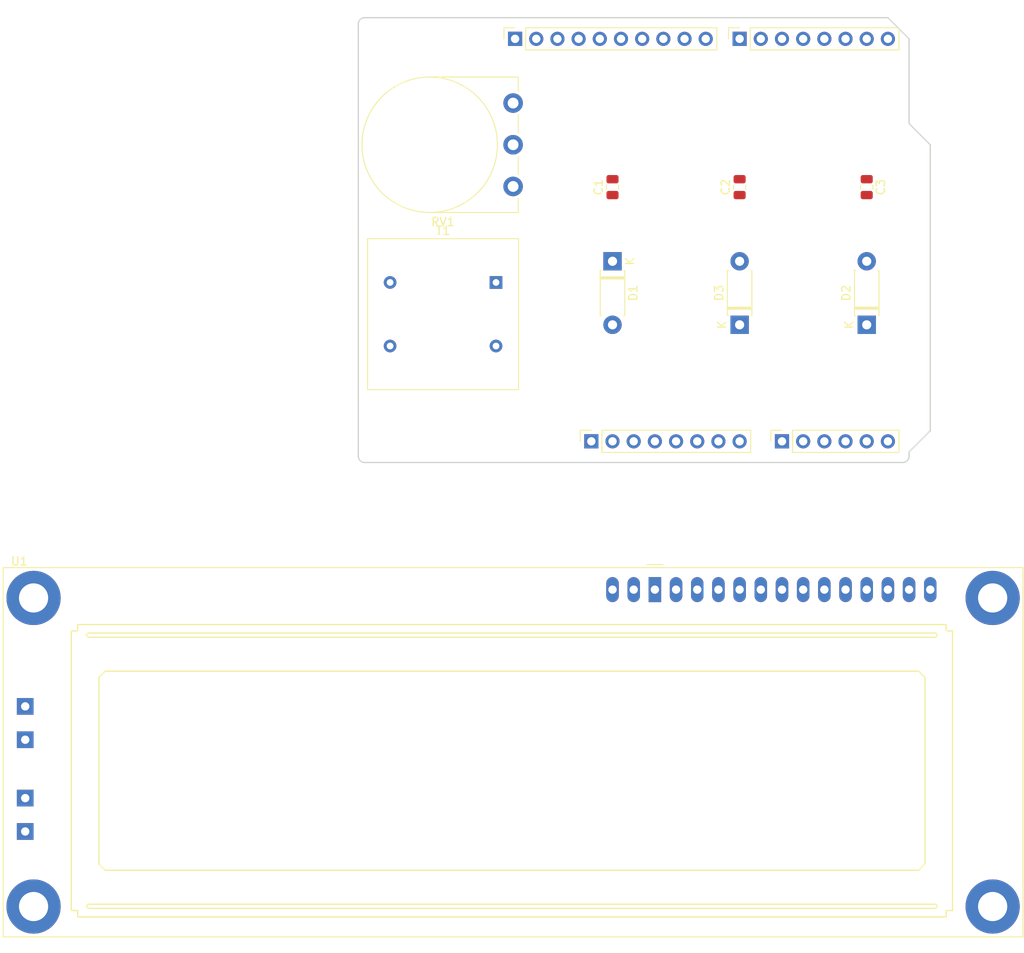
<source format=kicad_pcb>
(kicad_pcb (version 20211014) (generator pcbnew)
  (title_block (date "mar. 31 mars 2015"))
  (layers (0 "F.Cu" signal) (31 "B.Cu" signal) (34 "B.Paste" user) (35 "F.Paste" user) (36 "B.SilkS" user "B.Silkscreen") (37 "F.SilkS" user "F.Silkscreen") (38 "B.Mask" user) (39 "F.Mask" user) (44 "Edge.Cuts" user))
  (net 0 "")
  (net 1 "GND")
  (net 3 "+5V")
  (net 4 "/IOREF")
  (net 5 "/A0")
  (net 6 "/A1")
  (net 7 "/A2")
  (net 8 "/A3")
  (net 9 "/SDA{slash}A4")
  (net 10 "/SCL{slash}A5")
  (net 11 "/13")
  (net 12 "/12")
  (net 13 "/AREF")
  (net 14 "/8")
  (net 15 "/7")
  (net 16 "/*11")
  (net 17 "/*10")
  (net 18 "/*9")
  (net 19 "/4")
  (net 20 "/2")
  (net 21 "/*6")
  (net 22 "/*5")
  (net 23 "/TX{slash}1")
  (net 24 "/*3")
  (net 25 "/RX{slash}0")
  (net 26 "+3V3")
  (net 27 "VCC")
  (net 28 "/~{RESET}")
  (net 29 "Net-(T1-Pad4)")
  (net 30 "Net-(D1-Pad1)")
  (net 31 "Net-(T1-Pad3)")
  (net 32 "Net-(D2-Pad1)")
  (net 33 "Net-(U1-Pad3)")
  (net 34 "/6")
  (footprint "Connector_PinSocket_2.54mm:PinSocket_1x08_P2.54mm_Vertical" (layer "F.Cu") (at 127.94 97.46 90)
    (fp_text reference "J1" hide)
    (fp_text value "Power")
    (fp_line (start -1.33 19.11) (end 1.33 19.11) (layer "F.SilkS") (width 0.12))
    (fp_line (start 1.33 1.27) (end 1.33 19.11) (layer "F.SilkS") (width 0.12))
    (fp_line (start -1.33 1.27) (end 1.33 1.27) (layer "F.SilkS") (width 0.12))
    (fp_line (start 0 -1.33) (end 1.33 -1.33) (layer "F.SilkS") (width 0.12))
    (fp_line (start 1.33 -1.33) (end 1.33 0) (layer "F.SilkS") (width 0.12))
    (fp_line (start -1.33 1.27) (end -1.33 19.11) (layer "F.SilkS") (width 0.12))
    (pad "1" thru_hole rect locked (at 0 0 90) (size 1.7 1.7) (drill 1) (layers *.Cu *.Mask))
    (pad "2" thru_hole oval locked (at 0 2.54 90) (size 1.7 1.7) (drill 1) (layers *.Cu *.Mask) (net 4 "/IOREF"))
    (pad "3" thru_hole oval locked (at 0 5.08 90) (size 1.7 1.7) (drill 1) (layers *.Cu *.Mask) (net 28 "/~{RESET}"))
    (pad "4" thru_hole oval locked (at 0 7.62 90) (size 1.7 1.7) (drill 1) (layers *.Cu *.Mask) (net 26 "+3V3"))
    (pad "5" thru_hole oval locked (at 0 10.16 90) (size 1.7 1.7) (drill 1) (layers *.Cu *.Mask) (net 3 "+5V"))
    (pad "6" thru_hole oval locked (at 0 12.7 90) (size 1.7 1.7) (drill 1) (layers *.Cu *.Mask) (net 1 "GND"))
    (pad "7" thru_hole oval locked (at 0 15.24 90) (size 1.7 1.7) (drill 1) (layers *.Cu *.Mask) (net 1 "GND"))
    (pad "8" thru_hole oval locked (at 0 17.78 90) (size 1.7 1.7) (drill 1) (layers *.Cu *.Mask) (net 27 "VCC"))
  )
  (footprint "Connector_PinSocket_2.54mm:PinSocket_1x06_P2.54mm_Vertical" (layer "F.Cu") (at 150.8 97.46 90)
    (fp_text reference "J3" hide)
    (fp_text value "Analog")
    (fp_line (start 1.33 1.27) (end 1.33 14.03) (layer "F.SilkS") (width 0.12))
    (fp_line (start 0 -1.33) (end 1.33 -1.33) (layer "F.SilkS") (width 0.12))
    (fp_line (start -1.33 1.27) (end 1.33 1.27) (layer "F.SilkS") (width 0.12))
    (fp_line (start -1.33 1.27) (end -1.33 14.03) (layer "F.SilkS") (width 0.12))
    (fp_line (start -1.33 14.03) (end 1.33 14.03) (layer "F.SilkS") (width 0.12))
    (fp_line (start 1.33 -1.33) (end 1.33 0) (layer "F.SilkS") (width 0.12))
    (pad "1" thru_hole rect locked (at 0 0 90) (size 1.7 1.7) (drill 1) (layers *.Cu *.Mask) (net 5 "/A0"))
    (pad "2" thru_hole oval locked (at 0 2.54 90) (size 1.7 1.7) (drill 1) (layers *.Cu *.Mask) (net 6 "/A1"))
    (pad "3" thru_hole oval locked (at 0 5.08 90) (size 1.7 1.7) (drill 1) (layers *.Cu *.Mask) (net 7 "/A2"))
    (pad "4" thru_hole oval locked (at 0 7.62 90) (size 1.7 1.7) (drill 1) (layers *.Cu *.Mask) (net 8 "/A3"))
    (pad "5" thru_hole oval locked (at 0 10.16 90) (size 1.7 1.7) (drill 1) (layers *.Cu *.Mask) (net 9 "/SDA{slash}A4"))
    (pad "6" thru_hole oval locked (at 0 12.7 90) (size 1.7 1.7) (drill 1) (layers *.Cu *.Mask) (net 10 "/SCL{slash}A5"))
  )
  (footprint "Connector_PinSocket_2.54mm:PinSocket_1x10_P2.54mm_Vertical" (layer "F.Cu") (at 118.796 49.2 90)
    (fp_text reference "J2" hide)
    (fp_text value "Digital/PWM")
    (fp_line (start -1.33 24.19) (end 1.33 24.19) (layer "F.SilkS") (width 0.12))
    (fp_line (start -1.33 1.27) (end -1.33 24.19) (layer "F.SilkS") (width 0.12))
    (fp_line (start 1.33 -1.33) (end 1.33 0) (layer "F.SilkS") (width 0.12))
    (fp_line (start 0 -1.33) (end 1.33 -1.33) (layer "F.SilkS") (width 0.12))
    (fp_line (start 1.33 1.27) (end 1.33 24.19) (layer "F.SilkS") (width 0.12))
    (fp_line (start -1.33 1.27) (end 1.33 1.27) (layer "F.SilkS") (width 0.12))
    (pad "1" thru_hole rect locked (at 0 0 90) (size 1.7 1.7) (drill 1) (layers *.Cu *.Mask) (net 10 "/SCL{slash}A5"))
    (pad "2" thru_hole oval locked (at 0 2.54 90) (size 1.7 1.7) (drill 1) (layers *.Cu *.Mask) (net 9 "/SDA{slash}A4"))
    (pad "3" thru_hole oval locked (at 0 5.08 90) (size 1.7 1.7) (drill 1) (layers *.Cu *.Mask) (net 13 "/AREF"))
    (pad "4" thru_hole oval locked (at 0 7.62 90) (size 1.7 1.7) (drill 1) (layers *.Cu *.Mask) (net 1 "GND"))
    (pad "5" thru_hole oval locked (at 0 10.16 90) (size 1.7 1.7) (drill 1) (layers *.Cu *.Mask) (net 11 "/13"))
    (pad "6" thru_hole oval locked (at 0 12.7 90) (size 1.7 1.7) (drill 1) (layers *.Cu *.Mask) (net 12 "/12"))
    (pad "7" thru_hole oval locked (at 0 15.24 90) (size 1.7 1.7) (drill 1) (layers *.Cu *.Mask) (net 16 "/*11"))
    (pad "8" thru_hole oval locked (at 0 17.78 90) (size 1.7 1.7) (drill 1) (layers *.Cu *.Mask) (net 17 "/*10"))
    (pad "9" thru_hole oval locked (at 0 20.32 90) (size 1.7 1.7) (drill 1) (layers *.Cu *.Mask) (net 18 "/*9"))
    (pad "10" thru_hole oval locked (at 0 22.86 90) (size 1.7 1.7) (drill 1) (layers *.Cu *.Mask) (net 14 "/8"))
  )
  (footprint "Connector_PinSocket_2.54mm:PinSocket_1x08_P2.54mm_Vertical" (layer "F.Cu") (at 145.72 49.2 90)
    (fp_text reference "J4" hide)
    (fp_text value "Digital/PWM")
    (fp_line (start -1.33 19.11) (end 1.33 19.11) (layer "F.SilkS") (width 0.12))
    (fp_line (start -1.33 1.27) (end -1.33 19.11) (layer "F.SilkS") (width 0.12))
    (fp_line (start 0 -1.33) (end 1.33 -1.33) (layer "F.SilkS") (width 0.12))
    (fp_line (start -1.33 1.27) (end 1.33 1.27) (layer "F.SilkS") (width 0.12))
    (fp_line (start 1.33 -1.33) (end 1.33 0) (layer "F.SilkS") (width 0.12))
    (fp_line (start 1.33 1.27) (end 1.33 19.11) (layer "F.SilkS") (width 0.12))
    (pad "1" thru_hole rect locked (at 0 0 90) (size 1.7 1.7) (drill 1) (layers *.Cu *.Mask) (net 15 "/7"))
    (pad "2" thru_hole oval locked (at 0 2.54 90) (size 1.7 1.7) (drill 1) (layers *.Cu *.Mask) (net 21 "/*6"))
    (pad "3" thru_hole oval locked (at 0 5.08 90) (size 1.7 1.7) (drill 1) (layers *.Cu *.Mask) (net 22 "/*5"))
    (pad "4" thru_hole oval locked (at 0 7.62 90) (size 1.7 1.7) (drill 1) (layers *.Cu *.Mask) (net 19 "/4"))
    (pad "5" thru_hole oval locked (at 0 10.16 90) (size 1.7 1.7) (drill 1) (layers *.Cu *.Mask) (net 24 "/*3"))
    (pad "6" thru_hole oval locked (at 0 12.7 90) (size 1.7 1.7) (drill 1) (layers *.Cu *.Mask) (net 20 "/2"))
    (pad "7" thru_hole oval locked (at 0 15.24 90) (size 1.7 1.7) (drill 1) (layers *.Cu *.Mask) (net 23 "/TX{slash}1"))
    (pad "8" thru_hole oval locked (at 0 17.78 90) (size 1.7 1.7) (drill 1) (layers *.Cu *.Mask) (net 25 "/RX{slash}0"))
  )
  (footprint "Capacitor_SMD:C_0805_2012Metric" (layer "F.Cu") (at 160.96 66.98 -90)
    (fp_text reference "C3" (at 0 -1.68 90) (layer "F.SilkS"))
    (fp_text value "1uF/3KV")
    (fp_line (start -0.261252 0.735) (end 0.261252 0.735) (layer "F.SilkS") (width 0.12))
    (fp_line (start -0.261252 -0.735) (end 0.261252 -0.735) (layer "F.SilkS") (width 0.12))
    (pad "1" smd roundrect (at -0.95 0 270) (size 1 1.45) (layers "F.Cu" "F.Paste" "F.Mask") (net 32 "Net-(D2-Pad1)"))
    (pad "2" smd roundrect (at 0.95 0 270) (size 1 1.45) (layers "F.Cu" "F.Paste" "F.Mask") (net 32 "Net-(D2-Pad1)"))
  )
  (footprint "Capacitor_SMD:C_0805_2012Metric" (layer "F.Cu") (at 130.48 66.98 90)
    (fp_text reference "C1" (at 0 -1.68 90) (layer "F.SilkS"))
    (fp_text value "1nF/3KV")
    (fp_line (start -0.261252 -0.735) (end 0.261252 -0.735) (layer "F.SilkS") (width 0.12))
    (fp_line (start -0.261252 0.735) (end 0.261252 0.735) (layer "F.SilkS") (width 0.12))
    (pad "1" smd roundrect (at -0.95 0 90) (size 1 1.45) (layers "F.Cu" "F.Paste" "F.Mask") (net 29 "Net-(T1-Pad4)"))
    (pad "2" smd roundrect (at 0.95 0 90) (size 1 1.45) (layers "F.Cu" "F.Paste" "F.Mask") (net 30 "Net-(D1-Pad1)"))
  )
  (footprint "Potentiometer_THT:Potentiometer_Piher_T-16L_Single_Vertical_Hole" (layer "F.Cu") (at 118.56 56.9 180)
    (fp_text reference "RV1" (at 8.415 -14.25) (layer "F.SilkS"))
    (fp_text value "R_Potentiometer")
    (fp_line (start -0.62 -8.574) (end -0.62 -6.425) (layer "F.SilkS") (width 0.12))
    (fp_line (start -0.62 -3.575) (end -0.62 -1.425) (layer "F.SilkS") (width 0.12))
    (fp_line (start -0.62 -13.12) (end -0.62 -11.426) (layer "F.SilkS") (width 0.12))
    (fp_line (start -0.62 1.425) (end -0.62 3.12) (layer "F.SilkS") (width 0.12))
    (fp_line (start -0.62 3.12) (end 10 3.12) (layer "F.SilkS") (width 0.12))
    (fp_line (start -0.62 -13.12) (end 10 -13.12) (layer "F.SilkS") (width 0.12))
    (fp_circle (center 10 -5) (end 18.12 -5) (layer "F.SilkS") (width 0.12) (fill none))
    (pad "" np_thru_hole circle (at 10 -5 180) (size 7.5 7.5) (drill 7.5) (layers *.Cu *.Mask))
    (pad "1" thru_hole circle (at 0 0 180) (size 2.34 2.34) (drill 1.3) (layers *.Cu *.Mask) (net 3 "+5V"))
    (pad "2" thru_hole circle (at 0 -5 180) (size 2.34 2.34) (drill 1.3) (layers *.Cu *.Mask) (net 33 "Net-(U1-Pad3)"))
    (pad "3" thru_hole circle (at 0 -10 180) (size 2.34 2.34) (drill 1.3) (layers *.Cu *.Mask) (net 1 "GND"))
  )
  (footprint "Diode_THT:D_DO-41_SOD81_P7.62mm_Horizontal" (layer "F.Cu") (at 130.48 75.87 -90)
    (fp_text reference "D1" (at 3.81 -2.47 90) (layer "F.SilkS"))
    (fp_text value "1N4007")
    (fp_text user "K" (at 0 -2.1 90) (layer "F.SilkS"))
    (fp_line (start 6.53 -1.47) (end 6.53 -1.34) (layer "F.SilkS") (width 0.12))
    (fp_line (start 1.09 1.34) (end 1.09 1.47) (layer "F.SilkS") (width 0.12))
    (fp_line (start 6.53 1.47) (end 6.53 1.34) (layer "F.SilkS") (width 0.12))
    (fp_line (start 1.09 -1.47) (end 6.53 -1.47) (layer "F.SilkS") (width 0.12))
    (fp_line (start 1.87 -1.47) (end 1.87 1.47) (layer "F.SilkS") (width 0.12))
    (fp_line (start 1.09 -1.34) (end 1.09 -1.47) (layer "F.SilkS") (width 0.12))
    (fp_line (start 2.11 -1.47) (end 2.11 1.47) (layer "F.SilkS") (width 0.12))
    (fp_line (start 1.99 -1.47) (end 1.99 1.47) (layer "F.SilkS") (width 0.12))
    (fp_line (start 1.09 1.47) (end 6.53 1.47) (layer "F.SilkS") (width 0.12))
    (pad "1" thru_hole rect (at 0 0 270) (size 2.2 2.2) (drill 1.1) (layers *.Cu *.Mask) (net 30 "Net-(D1-Pad1)"))
    (pad "2" thru_hole oval (at 7.62 0 270) (size 2.2 2.2) (drill 1.1) (layers *.Cu *.Mask) (net 31 "Net-(T1-Pad3)"))
  )
  (footprint "Diode_THT:D_DO-41_SOD81_P7.62mm_Horizontal" (layer "F.Cu") (at 160.96 83.49 90)
    (fp_text reference "D2" (at 3.81 -2.47 90) (layer "F.SilkS"))
    (fp_text value "1N4007")
    (fp_text user "K" (at 0 -2.1 90) (layer "F.SilkS"))
    (fp_line (start 1.87 -1.47) (end 1.87 1.47) (layer "F.SilkS") (width 0.12))
    (fp_line (start 1.09 -1.47) (end 6.53 -1.47) (layer "F.SilkS") (width 0.12))
    (fp_line (start 1.09 -1.34) (end 1.09 -1.47) (layer "F.SilkS") (width 0.12))
    (fp_line (start 1.09 1.34) (end 1.09 1.47) (layer "F.SilkS") (width 0.12))
    (fp_line (start 6.53 -1.47) (end 6.53 -1.34) (layer "F.SilkS") (width 0.12))
    (fp_line (start 1.09 1.47) (end 6.53 1.47) (layer "F.SilkS") (width 0.12))
    (fp_line (start 2.11 -1.47) (end 2.11 1.47) (layer "F.SilkS") (width 0.12))
    (fp_line (start 6.53 1.47) (end 6.53 1.34) (layer "F.SilkS") (width 0.12))
    (fp_line (start 1.99 -1.47) (end 1.99 1.47) (layer "F.SilkS") (width 0.12))
    (pad "1" thru_hole rect (at 0 0 90) (size 2.2 2.2) (drill 1.1) (layers *.Cu *.Mask) (net 32 "Net-(D2-Pad1)"))
    (pad "2" thru_hole oval (at 7.62 0 90) (size 2.2 2.2) (drill 1.1) (layers *.Cu *.Mask) (net 30 "Net-(D1-Pad1)"))
  )
  (footprint "Arduino_MountingHole:MountingHole_3.2mm" (layer "F.Cu") (at 115.24 49.2)
    (fp_text reference "MH1" hide)
    (fp_text value "MountingHole_3.2mm" hide)
    (pad "" np_thru_hole circle locked (at 0 0) (size 3.2 3.2) (drill 3.2) (layers *.Cu *.Mask))
  )
  (footprint "Transformer_THT:Transformer_NF_ETAL_1-1_P1200" (layer "F.Cu") (at 116.51 78.41)
    (fp_text reference "T1" (at -6.35 -6.2) (layer "F.SilkS"))
    (fp_text value "Transformer_1P_1S")
    (fp_line (start 2.7 -5.25) (end 2.7 12.85) (layer "F.SilkS") (width 0.12))
    (fp_line (start 2.7 12.85) (end -15.4 12.85) (layer "F.SilkS") (width 0.12))
    (fp_line (start -15.4 -5.25) (end 2.7 -5.25) (layer "F.SilkS") (width 0.12))
    (fp_line (start -15.4 12.85) (end -15.4 -5.25) (layer "F.SilkS") (width 0.12))
    (pad "1" thru_hole rect (at 0 0) (size 1.52 1.52) (drill 0.81) (layers *.Cu *.Mask) (net 26 "+3V3"))
    (pad "3" thru_hole circle (at 0 7.62) (size 1.52 1.52) (drill 0.81) (layers *.Cu *.Mask) (net 31 "Net-(T1-Pad3)"))
    (pad "4" thru_hole circle (at -12.7 7.62) (size 1.52 1.52) (drill 0.81) (layers *.Cu *.Mask) (net 29 "Net-(T1-Pad4)"))
    (pad "6" thru_hole circle (at -12.7 0) (size 1.52 1.52) (drill 0.81) (layers *.Cu *.Mask))
  )
  (footprint "Capacitor_SMD:C_0805_2012Metric" (layer "F.Cu") (at 145.72 66.98 90)
    (fp_text reference "C2" (at 0 -1.68 90) (layer "F.SilkS"))
    (fp_text value "1nF/3KV")
    (fp_line (start -0.261252 0.735) (end 0.261252 0.735) (layer "F.SilkS") (width 0.12))
    (fp_line (start -0.261252 -0.735) (end 0.261252 -0.735) (layer "F.SilkS") (width 0.12))
    (pad "1" smd roundrect (at -0.95 0 90) (size 1 1.45) (layers "F.Cu" "F.Paste" "F.Mask") (net 31 "Net-(T1-Pad3)"))
    (pad "2" smd roundrect (at 0.95 0 90) (size 1 1.45) (layers "F.Cu" "F.Paste" "F.Mask") (net 32 "Net-(D2-Pad1)"))
  )
  (footprint "Arduino_MountingHole:MountingHole_3.2mm" (layer "F.Cu") (at 113.97 97.46)
    (fp_text reference "MH2" hide)
    (fp_text value "MountingHole_3.2mm" hide)
    (pad "" np_thru_hole circle locked (at 0 0) (size 3.2 3.2) (drill 3.2) (layers *.Cu *.Mask))
  )
  (footprint "Arduino_MountingHole:MountingHole_3.2mm" (layer "F.Cu") (at 166.04 64.44)
    (fp_text reference "MH3" hide)
    (fp_text value "MountingHole_3.2mm" hide)
    (pad "" np_thru_hole circle locked (at 0 0) (size 3.2 3.2) (drill 3.2) (layers *.Cu *.Mask))
  )
  (footprint "Arduino_MountingHole:MountingHole_3.2mm" (layer "F.Cu") (at 166.04 92.38)
    (fp_text reference "MH4" hide)
    (fp_text value "MountingHole_3.2mm" hide)
    (pad "" np_thru_hole circle locked (at 0 0) (size 3.2 3.2) (drill 3.2) (layers *.Cu *.Mask))
  )
  (footprint "Display:LCD-016N002L" (layer "F.Cu") (at 135.56 115.24)
    (fp_text reference "U1" (at -76.21 -3.41 180) (layer "F.SilkS"))
    (fp_text value "LCD-016N002L")
    (fp_line (start 34.925 38.481) (end 34.925 39.243) (layer "F.SilkS") (width 0.15))
    (fp_line (start -78.14 41.64) (end 44.14 41.64) (layer "F.SilkS") (width 0.12))
    (fp_line (start -68.199 37.973) (end -67.945 38.227) (layer "F.SilkS") (width 0.15))
    (fp_line (start -67.945 5.715) (end 33.655 5.715) (layer "F.SilkS") (width 0.15))
    (fp_line (start -69.215 38.481) (end -69.977 38.481) (layer "F.SilkS") (width 0.15))
    (fp_line (start 33.655 38.227) (end 33.909 37.973) (layer "F.SilkS") (width 0.15))
    (fp_line (start 31.623 33.655) (end -65.913 33.655) (layer "F.SilkS") (width 0.15))
    (fp_line (start 34.925 4.953) (end 35.687 4.953) (layer "F.SilkS") (width 0.15))
    (fp_line (start -67.945 5.207) (end -68.199 5.461) (layer "F.SilkS") (width 0.15))
    (fp_line (start -78.14 -2.64) (end -78.14 41.64) (layer "F.SilkS") (width 0.12))
    (fp_line (start 32.385 10.541) (end 32.385 32.893) (layer "F.SilkS") (width 0.15))
    (fp_line (start 34.925 4.191) (end -69.215 4.191) (layer "F.SilkS") (width 0.15))
    (fp_line (start -69.215 39.243) (end 34.925 39.243) (layer "F.SilkS") (width 0.15))
    (fp_line (start -65.913 9.779) (end 31.623 9.779) (layer "F.SilkS") (width 0.15))
    (fp_line (start 34.925 4.191) (end 34.925 4.953) (layer "F.SilkS") (width 0.15))
    (fp_line (start -69.215 39.243) (end -69.215 38.481) (layer "F.SilkS") (width 0.15))
    (fp_line (start 44.14 -2.64) (end 44.14 41.64) (layer "F.SilkS") (width 0.12))
    (fp_line (start -1 -3) (end 1 -3) (layer "F.SilkS") (width 0.12))
    (fp_line (start 33.655 37.719) (end -67.945 37.719) (layer "F.SilkS") (width 0.15))
    (fp_line (start -67.945 38.227) (end 33.655 38.227) (layer "F.SilkS") (width 0.15))
    (fp_line (start 33.909 5.461) (end 33.655 5.715) (layer "F.SilkS") (width 0.15))
    (fp_line (start -67.945 37.719) (end -68.199 37.973) (layer "F.SilkS") (width 0.15))
    (fp_line (start -65.913 33.655) (end -66.675 32.893) (layer "F.SilkS") (width 0.15))
    (fp_line (start 33.655 5.207) (end -67.945 5.207) (layer "F.SilkS") (width 0.15))
    (fp_line (start 31.623 9.779) (end 32.385 10.541) (layer "F.SilkS") (width 0.15))
    (fp_line (start 44.14 -2.64) (end -78.14 -2.64) (layer "F.SilkS") (width 0.12))
    (fp_line (start -66.675 10.541) (end -65.913 9.779) (layer "F.SilkS") (width 0.15))
    (fp_line (start 33.909 37.973) (end 33.655 37.719) (layer "F.SilkS") (width 0.15))
    (fp_line (start -66.675 32.893) (end -66.675 10.541) (layer "F.SilkS") (width 0.15))
    (fp_line (start -68.199 5.461) (end -67.945 5.715) (layer "F.SilkS") (width 0.15))
    (fp_line (start -69.977 4.953) (end -69.977 38.481) (layer "F.SilkS") (width 0.15))
    (fp_line (start -69.215 4.953) (end -69.977 4.953) (layer "F.SilkS") (width 0.15))
    (fp_line (start 32.385 32.893) (end 31.623 33.655) (layer "F.SilkS") (width 0.15))
    (fp_line (start 35.687 38.481) (end 35.687 4.953) (layer "F.SilkS") (width 0.15))
    (fp_line (start 35.687 38.481) (end 34.925 38.481) (layer "F.SilkS") (width 0.15))
    (fp_line (start 33.655 5.207) (end 33.909 5.461) (layer "F.SilkS") (width 0.15))
    (fp_line (start -69.215 4.191) (end -69.215 4.953) (layer "F.SilkS") (width 0.15))
    (pad "" thru_hole circle (at 40.5 38 180) (size 6.5 6.5) (drill 3.5) (layers *.Cu *.Mask))
    (pad "" thru_hole circle (at 40.5 1 180) (size 6.5 6.5) (drill 3.5) (layers *.Cu *.Mask))
    (pad "" thru_hole circle (at -74.5 38 180) (size 6.5 6.5) (drill 3.5) (layers *.Cu *.Mask))
    (pad "" thru_hole circle (at -74.5 1 180) (size 6.5 6.5) (drill 3.5) (layers *.Cu *.Mask))
    (pad "1" thru_hole rect (at 0 0 180) (size 1.5 3) (drill 1) (layers *.Cu *.Mask) (net 1 "GND"))
    (pad "2" thru_hole oval (at 2.54 0 180) (size 1.5 3) (drill 1) (layers *.Cu *.Mask) (net 3 "+5V"))
    (pad "3" thru_hole oval (at 5.08 0 180) (size 1.5 3) (drill 1) (layers *.Cu *.Mask) (net 33 "Net-(U1-Pad3)"))
    (pad "4" thru_hole oval (at 7.62 0 180) (size 1.5 3) (drill 1) (layers *.Cu *.Mask) (net 19 "/4"))
    (pad "5" thru_hole oval (at 10.16 0 180) (size 1.5 3) (drill 1) (layers *.Cu *.Mask) (net 1 "GND"))
    (pad "6" thru_hole oval (at 12.7 0 180) (size 1.5 3) (drill 1) (layers *.Cu *.Mask) (net 34 "/6"))
    (pad "7" thru_hole oval (at 15.24 0 180) (size 1.5 3) (drill 1) (layers *.Cu *.Mask))
    (pad "8" thru_hole oval (at 17.78 0 180) (size 1.5 3) (drill 1) (layers *.Cu *.Mask))
    (pad "9" thru_hole oval (at 20.32 0 180) (size 1.5 3) (drill 1) (layers *.Cu *.Mask))
    (pad "10" thru_hole oval (at 22.86 0 180) (size 1.5 3) (drill 1) (layers *.Cu *.Mask))
    (pad "11" thru_hole oval (at 25.4 0 180) (size 1.5 3) (drill 1) (layers *.Cu *.Mask) (net 17 "/*10"))
    (pad "12" thru_hole oval (at 27.94 0 180) (size 1.5 3) (drill 1) (layers *.Cu *.Mask) (net 16 "/*11"))
    (pad "13" thru_hole oval (at 30.48 0 180) (size 1.5 3) (drill 1) (layers *.Cu *.Mask) (net 12 "/12"))
    (pad "14" thru_hole oval (at 33.02 0 180) (size 1.5 3) (drill 1) (layers *.Cu *.Mask) (net 11 "/13"))
    (pad "15" thru_hole oval (at -2.54 0 180) (size 1.5 3) (drill 1) (layers *.Cu *.Mask) (net 26 "+3V3"))
    (pad "16" thru_hole oval (at -5.08 0 180) (size 1.5 3) (drill 1) (layers *.Cu *.Mask) (net 1 "GND"))
    (pad "A1" thru_hole rect (at -75.5 14 180) (size 2 2) (drill 1) (layers *.Cu *.Mask))
    (pad "A2" thru_hole rect (at -75.5 25 180) (size 2 2) (drill 1) (layers *.Cu *.Mask))
    (pad "K1" thru_hole rect (at -75.5 18 180) (size 2 2) (drill 1) (layers *.Cu *.Mask))
    (pad "K2" thru_hole rect (at -75.5 29 180) (size 2 2) (drill 1) (layers *.Cu *.Mask))
  )
  (footprint "Diode_THT:D_DO-41_SOD81_P7.62mm_Horizontal" (layer "F.Cu") (at 145.72 83.49 90)
    (fp_text reference "D3" (at 3.81 -2.47 90) (layer "F.SilkS"))
    (fp_text value "1N4007")
    (fp_text user "K" (at 0 -2.1 90) (layer "F.SilkS"))
    (fp_line (start 2.11 -1.47) (end 2.11 1.47) (layer "F.SilkS") (width 0.12))
    (fp_line (start 6.53 1.47) (end 6.53 1.34) (layer "F.SilkS") (width 0.12))
    (fp_line (start 1.09 1.34) (end 1.09 1.47) (layer "F.SilkS") (width 0.12))
    (fp_line (start 1.09 -1.47) (end 6.53 -1.47) (layer "F.SilkS") (width 0.12))
    (fp_line (start 6.53 -1.47) (end 6.53 -1.34) (layer "F.SilkS") (width 0.12))
    (fp_line (start 1.09 -1.34) (end 1.09 -1.47) (layer "F.SilkS") (width 0.12))
    (fp_line (start 1.99 -1.47) (end 1.99 1.47) (layer "F.SilkS") (width 0.12))
    (fp_line (start 1.87 -1.47) (end 1.87 1.47) (layer "F.SilkS") (width 0.12))
    (fp_line (start 1.09 1.47) (end 6.53 1.47) (layer "F.SilkS") (width 0.12))
    (pad "1" thru_hole rect (at 0 0 90) (size 2.2 2.2) (drill 1.1) (layers *.Cu *.Mask) (net 29 "Net-(T1-Pad4)"))
    (pad "2" thru_hole oval (at 7.62 0 90) (size 2.2 2.2) (drill 1.1) (layers *.Cu *.Mask) (net 32 "Net-(D2-Pad1)"))
  )
  (gr_line (start 166.04 59.36) (end 168.58 61.9) (layer "Edge.Cuts") (width 0.15))
  (gr_line (start 100 99.238) (end 100 47.422) (layer "Edge.Cuts") (width 0.15))
  (gr_line (start 168.58 61.9) (end 168.58 96.19) (layer "Edge.Cuts") (width 0.15))
  (gr_line (start 165.278 100) (end 100.762 100) (layer "Edge.Cuts") (width 0.15))
  (gr_line (start 100.762 46.66) (end 163.5 46.66) (layer "Edge.Cuts") (width 0.15))
  (gr_arc (start 100.762 100) (mid 100.223185 99.776815) (end 100 99.238) (layer "Edge.Cuts") (width 0.15))
  (gr_line (start 168.58 96.19) (end 166.04 98.73) (layer "Edge.Cuts") (width 0.15))
  (gr_line (start 163.5 46.66) (end 166.04 49.2) (layer "Edge.Cuts") (width 0.15))
  (gr_arc (start 166.04 99.238) (mid 165.816815 99.776815) (end 165.278 100) (layer "Edge.Cuts") (width 0.15))
  (gr_line (start 166.04 49.2) (end 166.04 59.36) (layer "Edge.Cuts") (width 0.15))
  (gr_line (start 166.04 98.73) (end 166.04 99.238) (layer "Edge.Cuts") (width 0.15))
  (gr_arc (start 100 47.422) (mid 100.223185 46.883185) (end 100.762 46.66) (layer "Edge.Cuts") (width 0.15))
)
</source>
